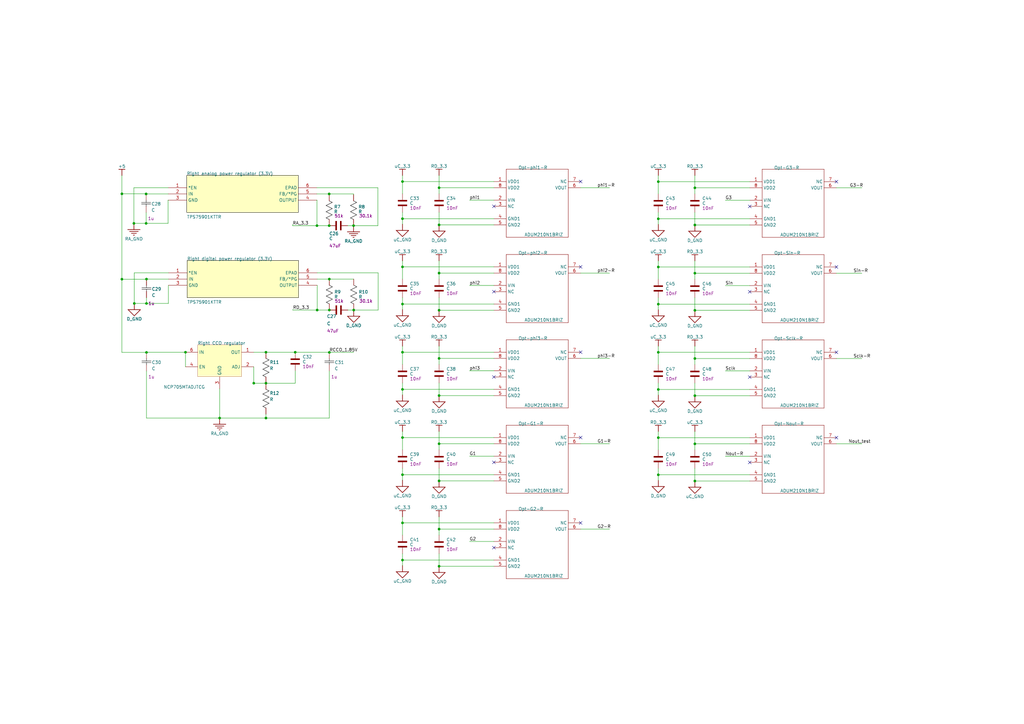
<source format=kicad_sch>
(kicad_sch (version 20250114) (generator "eeschema") (generator_version "9.0")
  (paper "A3")
  (junction (at 270 109.5022))
  (junction (at 60.08 124.4622))
  (junction (at 180.08 182.0022))
  (junction (at 270 74.5022))
  (junction (at 165.08 179.4622))
  (junction (at 109.08 144.4622))
  (junction (at 59.926 79.5422))
  (junction (at 270 89.7422))
  (junction (at 270 194.7422))
  (junction (at 135.006 79.5422))
  (junction (at 285 77.0422))
  (junction (at 285 92.2822))
  (junction (at 60.08 144.5422))
  (junction (at 165.08 159.7022))
  (junction (at 59.926 91.6222))
  (junction (at 165.08 194.7022))
  (junction (at 180.08 112.0022))
  (junction (at 180.08 77.0022))
  (junction (at 165.08 124.7022))
  (junction (at 180.08 147.0022))
  (junction (at 135.006 92.5422))
  (junction (at 285 182.0422))
  (junction (at 130.006 92.5422))
  (junction (at 165.08 89.7022))
  (junction (at 135.08 144.5422))
  (junction (at 165.08 229.7022))
  (junction (at 180.08 197.2422))
  (junction (at 165.08 144.4622))
  (junction (at 270 159.7422))
  (junction (at 180.08 232.2422))
  (junction (at 121.08 144.4622))
  (junction (at 76.08 144.4622))
  (junction (at 54.926 91.6222))
  (junction (at 165.08 109.4622))
  (junction (at 60.08 114.4622))
  (junction (at 50 79.5022))
  (junction (at 135.08 114.4622))
  (junction (at 285 147.0422))
  (junction (at 180.08 127.2422))
  (junction (at 165.08 214.4622))
  (junction (at 165.08 74.4622))
  (junction (at 50 114.5022))
  (junction (at 285 127.2822))
  (junction (at 104.08 157.1622))
  (junction (at 90.08 171.4622))
  (junction (at 270 124.7422))
  (junction (at 109.08 157.1622))
  (junction (at 285 197.2822))
  (junction (at 135.08 127.1622))
  (junction (at 145.08 127.1622))
  (junction (at 180.08 92.2422))
  (junction (at 285 112.0422))
  (junction (at 55.08 124.4622))
  (junction (at 270 144.5022))
  (junction (at 180.08 217.0022))
  (junction (at 285 162.2822))
  (junction (at 270 179.5022))
  (junction (at 109.08 171.4622))
  (junction (at 145.006 92.5422))
  (junction (at 180.08 162.2422))
  (junction (at 130.08 127.1622))
  (no_connect (at 238.14 144.4622))
  (no_connect (at 238.14 74.4622))
  (no_connect (at 238.14 109.4622))
  (no_connect (at 238.14 214.4622))
  (no_connect (at 343.06 109.5022))
  (no_connect (at 343.06 179.5022))
  (no_connect (at 343.06 74.5022))
  (no_connect (at 307.5 154.6622))
  (no_connect (at 307.5 119.6622))
  (no_connect (at 202.58 189.6222))
  (no_connect (at 238.14 179.4622))
  (no_connect (at 343.06 144.5022))
  (no_connect (at 307.5 189.6622))
  (no_connect (at 202.58 84.6222))
  (no_connect (at 202.58 119.6222))
  (no_connect (at 202.58 224.6222))
  (no_connect (at 202.58 154.6222))
  (no_connect (at 307.5 84.6622))
  (wire (pts (xy 202.58 229.7022) (xy 165.08 229.7022)))
  (wire (pts (xy 104.08 157.1622) (xy 104.08 150.4622)))
  (wire (pts (xy 129.966 82.0822) (xy 130.006 82.0822)))
  (wire (pts (xy 165.08 194.7022) (xy 165.08 192.0822)))
  (wire (pts (xy 180.08 77.0022) (xy 180.08 71.9622)))
  (wire (pts (xy 130.08 114.4622) (xy 135.08 114.4622)))
  (wire (pts (xy 60.08 124.4622) (xy 60.08 122.0822)))
  (wire (pts (xy 285 114.5022) (xy 285 112.0422)))
  (wire (pts (xy 307.5 92.2822) (xy 285 92.2822)))
  (wire (pts (xy 120.12 127.1622) (xy 130.08 127.1622)))
  (wire (pts (xy 238.14 182.0022) (xy 250 182.0022)))
  (wire (pts (xy 155.08 127.1622) (xy 145.08 127.1622)))
  (wire (pts (xy 165.08 141.9622) (xy 165.08 144.4622)))
  (wire (pts (xy 343.06 77.0422) (xy 353.5 77.0422)))
  (wire (pts (xy 165.08 231.9622) (xy 165.08 229.7022)))
  (wire (pts (xy 68.926 82.0822) (xy 69.006 82.0822)))
  (wire (pts (xy 90.08 171.4622) (xy 109.08 171.4622)))
  (wire (pts (xy 59.926 91.6222) (xy 54.926 91.6222)))
  (wire (pts (xy 285 149.5022) (xy 285 147.0422)))
  (wire (pts (xy 60.08 144.4622) (xy 60.08 144.5422)))
  (wire (pts (xy 130.006 82.0822) (xy 130.006 92.5422)))
  (wire (pts (xy 165.08 159.7022) (xy 202.58 159.7022)))
  (wire (pts (xy 270 197.0022) (xy 270 194.7422)))
  (wire (pts (xy 270 159.7422) (xy 270 157.1222)))
  (wire (pts (xy 130.08 111.9222) (xy 155.08 111.9222)))
  (wire (pts (xy 307.5 187.1222) (xy 297.5 187.1222)))
  (wire (pts (xy 270 124.7422) (xy 270 122.1222)))
  (wire (pts (xy 180.08 127.2422) (xy 180.08 122.0822)))
  (wire (pts (xy 180.08 197.2422) (xy 180.08 192.0822)))
  (wire (pts (xy 145.006 79.8422) (xy 145.006 79.5422)))
  (wire (pts (xy 145 144.5022) (xy 145 144.5422)))
  (wire (pts (xy 165.08 229.7022) (xy 165.08 227.0822)))
  (wire (pts (xy 202.58 117.0822) (xy 192.58 117.0822)))
  (wire (pts (xy 50 114.5022) (xy 50 79.5022)))
  (wire (pts (xy 180.08 147.0022) (xy 180.08 141.9622)))
  (wire (pts (xy 202.58 194.7022) (xy 165.08 194.7022)))
  (wire (pts (xy 180.08 114.4622) (xy 180.08 112.0022)))
  (wire (pts (xy 202.58 222.0822) (xy 192.58 222.0822)))
  (wire (pts (xy 180.08 182.0022) (xy 180.08 184.4622)))
  (wire (pts (xy 60.08 144.5422) (xy 50 144.5422)))
  (wire (pts (xy 180.08 112.0022) (xy 180.08 106.9622)))
  (wire (pts (xy 165.08 106.9622) (xy 165.08 109.4622)))
  (wire (pts (xy 130.006 92.5422) (xy 135.006 92.5422)))
  (wire (pts (xy 165.08 149.4622) (xy 165.08 144.4622)))
  (wire (pts (xy 165.08 214.4622) (xy 202.58 214.4622)))
  (wire (pts (xy 285 77.0422) (xy 285 79.5022)))
  (wire (pts (xy 270 74.5022) (xy 270 72.0022)))
  (wire (pts (xy 307.5 127.2822) (xy 285 127.2822)))
  (wire (pts (xy 285 182.0422) (xy 285 184.5022)))
  (wire (pts (xy 238.14 112.0022) (xy 250 112.0022)))
  (wire (pts (xy 202.58 82.0822) (xy 192.58 82.0822)))
  (wire (pts (xy 180.08 219.4622) (xy 180.08 217.0022)))
  (wire (pts (xy 69.08 124.4622) (xy 60.08 124.4622)))
  (wire (pts (xy 285 92.2822) (xy 285 87.1222)))
  (wire (pts (xy 76.08 150.4622) (xy 76.08 144.4622)))
  (wire (pts (xy 54.926 91.6222) (xy 54.926 77.0022)))
  (wire (pts (xy 135.08 152.1622) (xy 135.08 171.4622)))
  (wire (pts (xy 59.926 87.1622) (xy 59.926 91.6222)))
  (wire (pts (xy 270 114.5022) (xy 270 109.5022)))
  (wire (pts (xy 109.08 171.4622) (xy 109.08 169.8622)))
  (wire (pts (xy 180.08 217.0022) (xy 180.08 211.9622)))
  (wire (pts (xy 121.08 157.1622) (xy 121.08 152.0822)))
  (wire (pts (xy 202.58 182.0022) (xy 180.08 182.0022)))
  (wire (pts (xy 60.08 114.5022) (xy 50 114.5022)))
  (wire (pts (xy 104.08 157.4622) (xy 104.08 157.1622)))
  (wire (pts (xy 165.08 214.4622) (xy 165.08 211.9622)))
  (wire (pts (xy 135.08 171.4622) (xy 109.08 171.4622)))
  (wire (pts (xy 202.58 147.0022) (xy 180.08 147.0022)))
  (wire (pts (xy 285 177.0022) (xy 285 182.0422)))
  (wire (pts (xy 165.08 184.4622) (xy 165.08 179.4622)))
  (wire (pts (xy 270 159.7422) (xy 270 162.0022)))
  (wire (pts (xy 142.626 92.5422) (xy 145.006 92.5422)))
  (wire (pts (xy 202.58 197.2422) (xy 180.08 197.2422)))
  (wire (pts (xy 60.08 152.1622) (xy 60.08 171.4622)))
  (wire (pts (xy 238.14 147.0022) (xy 250 147.0022)))
  (wire (pts (xy 307.5 182.0422) (xy 285 182.0422)))
  (wire (pts (xy 180.08 217.0022) (xy 202.58 217.0022)))
  (wire (pts (xy 165.08 109.4622) (xy 202.58 109.4622)))
  (wire (pts (xy 165.08 144.4622) (xy 202.58 144.4622)))
  (wire (pts (xy 135.08 144.4622) (xy 135.08 144.5422)))
  (wire (pts (xy 69.006 79.5422) (xy 59.926 79.5422)))
  (wire (pts (xy 145.006 92.5422) (xy 155 92.5422)))
  (wire (pts (xy 135.08 144.4622) (xy 121.08 144.4622)))
  (wire (pts (xy 54.926 77.0022) (xy 69.006 77.0022)))
  (wire (pts (xy 165.08 89.7022) (xy 202.58 89.7022)))
  (wire (pts (xy 270 79.5022) (xy 270 74.5022)))
  (wire (pts (xy 155.08 111.9222) (xy 155.08 127.1622)))
  (wire (pts (xy 270 124.7422) (xy 270 127.0022)))
  (wire (pts (xy 307.5 117.1222) (xy 297.5 117.1222)))
  (wire (pts (xy 307.5 77.0422) (xy 285 77.0422)))
  (wire (pts (xy 55.08 124.4622) (xy 55.08 111.9222)))
  (wire (pts (xy 165.08 179.4622) (xy 165.08 176.9622)))
  (wire (pts (xy 202.58 127.2422) (xy 180.08 127.2422)))
  (wire (pts (xy 343.06 112.0422) (xy 353.5 112.0422)))
  (wire (pts (xy 145 144.5422) (xy 135.08 144.5422)))
  (wire (pts (xy 202.58 187.0822) (xy 192.58 187.0822)))
  (wire (pts (xy 285 127.2822) (xy 285 122.1222)))
  (wire (pts (xy 165.08 74.4622) (xy 202.58 74.4622)))
  (wire (pts (xy 180.08 92.2422) (xy 180.08 87.0822)))
  (wire (pts (xy 165.08 89.7022) (xy 165.08 91.9622)))
  (wire (pts (xy 202.58 152.0822) (xy 192.58 152.0822)))
  (wire (pts (xy 270 179.5022) (xy 270 177.0022)))
  (wire (pts (xy 120.12 126.9222) (xy 120.12 127.1622)))
  (wire (pts (xy 145.006 79.5422) (xy 135.006 79.5422)))
  (wire (pts (xy 121.08 144.4622) (xy 109.08 144.4622)))
  (wire (pts (xy 109.08 157.1622) (xy 121.08 157.1622)))
  (wire (pts (xy 76.08 144.4622) (xy 60.08 144.4622)))
  (wire (pts (xy 120 92.0022) (xy 120 92.5422)))
  (wire (pts (xy 59.926 79.5022) (xy 50 79.5022)))
  (wire (pts (xy 343.06 147.0422) (xy 353.5 147.0422)))
  (wire (pts (xy 202.58 112.0022) (xy 180.08 112.0022)))
  (wire (pts (xy 165.08 219.4622) (xy 165.08 214.4622)))
  (wire (pts (xy 50 144.5422) (xy 50 114.5022)))
  (wire (pts (xy 270 144.5022) (xy 307.5 144.5022)))
  (wire (pts (xy 155 92.5422) (xy 155 77.0022)))
  (wire (pts (xy 307.5 179.5022) (xy 270 179.5022)))
  (wire (pts (xy 270 74.5022) (xy 307.5 74.5022)))
  (wire (pts (xy 165.08 74.4622) (xy 165.08 71.9622)))
  (wire (pts (xy 60.08 124.4622) (xy 55.08 124.4622)))
  (wire (pts (xy 343.06 182.0422) (xy 353.5 182.0422)))
  (wire (pts (xy 145.08 127.1622) (xy 142.7 127.1622)))
  (wire (pts (xy 155 77.0022) (xy 129.966 77.0022)))
  (wire (pts (xy 104.08 157.1622) (xy 109.08 157.1622)))
  (wire (pts (xy 238.14 217.0022) (xy 250 217.0022)))
  (wire (pts (xy 59.926 91.6222) (xy 68.926 91.6222)))
  (wire (pts (xy 180.08 149.4622) (xy 180.08 147.0022)))
  (wire (pts (xy 165.08 114.4622) (xy 165.08 109.4622)))
  (wire (pts (xy 285 162.2822) (xy 285 157.1222)))
  (wire (pts (xy 135.006 79.5422) (xy 135.006 79.8422)))
  (wire (pts (xy 270 109.5022) (xy 270 107.0022)))
  (wire (pts (xy 307.5 89.7422) (xy 270 89.7422)))
  (wire (pts (xy 202.58 77.0022) (xy 180.08 77.0022)))
  (wire (pts (xy 202.58 232.2422) (xy 180.08 232.2422)))
  (wire (pts (xy 130.08 127.1622) (xy 130.08 117.0022)))
  (wire (pts (xy 285 142.0022) (xy 285 147.0422)))
  (wire (pts (xy 120 92.5422) (xy 130.006 92.5422)))
  (wire (pts (xy 60.08 171.4622) (xy 90.08 171.4622)))
  (wire (pts (xy 59.926 79.5422) (xy 59.926 79.5022)))
  (wire (pts (xy 180.08 162.2422) (xy 180.08 157.0822)))
  (wire (pts (xy 285 147.0422) (xy 307.5 147.0422)))
  (wire (pts (xy 55.08 111.9222) (xy 69.12 111.9222)))
  (wire (pts (xy 202.58 92.2422) (xy 180.08 92.2422)))
  (wire (pts (xy 270 89.7422) (xy 270 87.1222)))
  (wire (pts (xy 60.08 114.4622) (xy 60.08 114.5022)))
  (wire (pts (xy 307.5 197.2822) (xy 285 197.2822)))
  (wire (pts (xy 90.08 171.4622) (xy 90.08 159.4622)))
  (wire (pts (xy 180.08 182.0022) (xy 180.08 176.9622)))
  (wire (pts (xy 270 194.7422) (xy 270 192.1222)))
  (wire (pts (xy 165.08 179.4622) (xy 202.58 179.4622)))
  (wire (pts (xy 165.08 87.0822) (xy 165.08 89.7022)))
  (wire (pts (xy 50 79.5022) (xy 50 72.0022)))
  (wire (pts (xy 307.5 152.1222) (xy 297.5 152.1222)))
  (wire (pts (xy 307.5 159.7422) (xy 270 159.7422)))
  (wire (pts (xy 270 89.7422) (xy 270 92.0022)))
  (wire (pts (xy 285 197.2822) (xy 285 192.1222)))
  (wire (pts (xy 307.5 162.2822) (xy 285 162.2822)))
  (wire (pts (xy 270 142.0022) (xy 270 144.5022)))
  (wire (pts (xy 180.08 232.2422) (xy 180.08 227.0822)))
  (wire (pts (xy 285 77.0422) (xy 285 72.0022)))
  (wire (pts (xy 202.58 162.2422) (xy 180.08 162.2422)))
  (wire (pts (xy 109.08 144.4622) (xy 104.08 144.4622)))
  (wire (pts (xy 307.5 112.0422) (xy 285 112.0422)))
  (wire (pts (xy 202.58 124.7022) (xy 165.08 124.7022)))
  (wire (pts (xy 307.5 194.7422) (xy 270 194.7422)))
  (wire (pts (xy 165.08 159.7022) (xy 165.08 157.0822)))
  (wire (pts (xy 270 149.5022) (xy 270 144.5022)))
  (wire (pts (xy 307.5 124.7422) (xy 270 124.7422)))
  (wire (pts (xy 69.12 114.4622) (xy 60.08 114.4622)))
  (wire (pts (xy 285 112.0422) (xy 285 107.0022)))
  (wire (pts (xy 68.926 91.6222) (xy 68.926 82.0822)))
  (wire (pts (xy 238.14 77.0022) (xy 250 77.0022)))
  (wire (pts (xy 270 109.5022) (xy 307.5 109.5022)))
  (wire (pts (xy 129.966 79.5422) (xy 135.006 79.5422)))
  (wire (pts (xy 165.08 124.7022) (xy 165.08 122.0822)))
  (wire (pts (xy 135.08 114.4622) (xy 145.08 114.4622)))
  (wire (pts (xy 180.08 79.4622) (xy 180.08 77.0022)))
  (wire (pts (xy 307.5 82.1222) (xy 297.5 82.1222)))
  (wire (pts (xy 165.08 79.4622) (xy 165.08 74.4622)))
  (wire (pts (xy 165.08 196.9622) (xy 165.08 194.7022)))
  (wire (pts (xy 135.08 127.1622) (xy 130.08 127.1622)))
  (wire (pts (xy 69.08 117.0022) (xy 69.08 124.4622)))
  (wire (pts (xy 165.08 161.9622) (xy 165.08 159.7022)))
  (wire (pts (xy 165.08 124.7022) (xy 165.08 126.9622)))
  (wire (pts (xy 270 184.5022) (xy 270 179.5022)))
  (label "phi2-R" (at 245 112.0022 0))
  (label "Sclk" (at 297.5 152.1222 0))
  (label "phi1" (at 192.58 82.0822 0))
  (label "Nout-R" (at 297.5 187.1222 0))
  (label "phi3" (at 192.58 152.0822 0))
  (label "Sclk-R" (at 350 147.0422 0))
  (label "RA_3.3" (at 120 92.5422 0))
  (label "G3" (at 297.5 82.1222 0))
  (label "G2-R" (at 245 217.0022 0))
  (label "Nout_test" (at 348 182.0422 0))
  (label "G1" (at 192.58 187.0822 0))
  (label "RD_3.3" (at 120.12 127.1622 0))
  (label "RCCO_1.85V" (at 135.08 144.5422 0))
  (label "Sin" (at 297.5 117.1222 0))
  (label "G2" (at 192.58 222.0822 0))
  (label "G1-R" (at 245 182.0022 0))
  (label "G3-R" (at 348.5 77.0422 0))
  (label "phi1-R" (at 245 77.0022 0))
  (label "phi2" (at 192.58 117.0822 0))
  (label "Sin-R" (at 350 112.0422 0))
  (label "phi3-R" (at 245 147.0022 0))
  (symbol (lib_id "CBCM test PCB-altium-import:RD_3.3_BAR") (at 180.08 106.9622 180) (unit 1)
    (property "Reference" "#PWR?" (effects (hide yes)))
    (property "Value" "RD_3.3" (at 180.08 103.1522 0))
  )
  (symbol (lib_id "CBCM test PCB-altium-import:D_GND_SIGNAL_GROUND") (at 55.08 124.4622 0) (unit 1)
    (property "Reference" "#PWR?" (effects (hide yes)))
    (property "Value" "D_GND" (at 55.08 130.8122 0))
  )
  (symbol (lib_id "CBCM test PCB-altium-import:RD_3.3_BAR") (at 270 177.0022 180) (unit 1)
    (property "Reference" "#PWR?" (effects (hide yes)))
    (property "Value" "RD_3.3" (at 270 173.1922 0))
  )
  (symbol (lib_id "CBCM test PCB-altium-import:D_GND_SIGNAL_GROUND") (at 285 162.2822 0) (unit 1)
    (property "Reference" "#PWR?" (effects (hide yes)))
    (property "Value" "D_GND" (at 285 168.6322 0))
  )
  (symbol (lib_id "10nF 0603 CAP:root_1_GRM1885C1H103JA01D_10nF 0603 CAP.SchLib") (at 165.08 189.5422 0) (unit 1)
    (property "Reference" "C39" (at 168.08 187.0822 0) (effects (justify left bottom)))
    (property "Value" "C" (at 168.08 189.0822 0) (effects (justify left bottom)))
    (property "Footprint" "CAPC1608X9N" (effects (hide yes)))
    (property "Description" "Multilayer Ceramic Capacitor, GRM Series, 0.01 F, 5%, C0G / NP0, 50 V, 0603 [1608 Metric]" (effects (hide yes)))
    (property "MF" "Murata" (effects (hide yes)))
    (property "PACKAGE" "0603 Murata" (effects (hide yes)))
    (property "DIGI-KEY_PURCHASE_URL" "https://www.digikey.ca/product-detail/en/murata-electronics-north-america/GRM1885C1H103JA01D/490-9666-1-ND/4934772?utm_source=snapeda&utm_medium=aggregator&utm_campaign=symbol" (effects (hide yes)))
    (property "DIGI-KEY_PART_NUMBER" "490-9666-1-ND" (effects (hide yes)))
    (property "SNAPEDA_LINK" "https://www.snapeda.com/parts/GRM1885C1H103JA01D/Murata%20Electronics%20North%20America/view-part/?ref=snap" (effects (hide yes)))
    (property "ALTIUM_VALUE" "10nF" (at 168.08 191.0822 0) (effects (justify left bottom)))
    (property "MANUFACTURER PART NUMBER" "GRM1885C1H103JA01D" (effects (hide yes)))
  )
  (symbol (lib_id "10nF 0603 CAP:root_1_GRM1885C1H103JA01D_10nF 0603 CAP.SchLib") (at 180.08 224.5422 0) (unit 1)
    (property "Reference" "C42" (at 183.08 222.0822 0) (effects (justify left bottom)))
    (property "Value" "C" (at 183.08 224.0822 0) (effects (justify left bottom)))
    (property "Footprint" "CAPC1608X9N" (effects (hide yes)))
    (property "Description" "Multilayer Ceramic Capacitor, GRM Series, 0.01 F, 5%, C0G / NP0, 50 V, 0603 [1608 Metric]" (effects (hide yes)))
    (property "MF" "Murata" (effects (hide yes)))
    (property "PACKAGE" "0603 Murata" (effects (hide yes)))
    (property "DIGI-KEY_PURCHASE_URL" "https://www.digikey.ca/product-detail/en/murata-electronics-north-america/GRM1885C1H103JA01D/490-9666-1-ND/4934772?utm_source=snapeda&utm_medium=aggregator&utm_campaign=symbol" (effects (hide yes)))
    (property "DIGI-KEY_PART_NUMBER" "490-9666-1-ND" (effects (hide yes)))
    (property "SNAPEDA_LINK" "https://www.snapeda.com/parts/GRM1885C1H103JA01D/Murata%20Electronics%20North%20America/view-part/?ref=snap" (effects (hide yes)))
    (property "ALTIUM_VALUE" "10nF" (at 183.08 226.0822 0) (effects (justify left bottom)))
    (property "MANUFACTURER PART NUMBER" "GRM1885C1H103JA01D" (effects (hide yes)))
  )
  (symbol (lib_id "CBCM test PCB-altium-import:uC_3.3_BAR") (at 165.08 211.9622 180) (unit 1)
    (property "Reference" "#PWR?" (effects (hide yes)))
    (property "Value" "uC_3.3" (at 165.08 208.1522 0))
  )
  (symbol (lib_id "CBCM test PCB-altium-import:uC_3.3_BAR") (at 270 72.0022 180) (unit 1)
    (property "Reference" "#PWR?" (effects (hide yes)))
    (property "Value" "uC_3.3" (at 270 68.1922 0))
  )
  (symbol (lib_id "ADUM210N1BRIZ:root_0_ADUM210N1BRIZ_ADUM210N1BRIZ.SchLib") (at 220.36 184.5422 0) (unit 1)
    (property "Reference" "Opt-G1-R" (at 212.58 174.4622 0) (effects (justify left bottom)))
    (property "Value" "ADUM210N1BRIZ" (at 215.08 201.9622 0) (effects (justify left bottom)))
    (property "Footprint" "SOIC127P1150X330-8N" (effects (hide yes)))
    (property "Description" "Digital isolator 1-CH 8-Pin SOIC T/R" (effects (hide yes)))
    (property "DIGI-KEY_PURCHASE_URL" "https://www.digikey.ca/product-detail/en/analog-devices-inc/ADUM210N1BRIZ/ADUM210N1BRIZ-ND/6072296" (effects (hide yes)))
    (property "PACKAGE" "SOIC8" (effects (hide yes)))
    (property "DIGI-KEY_PART_NUMBER" "ADUM210N1BRIZ-ND" (effects (hide yes)))
    (property "MF" "Analog Devices" (effects (hide yes)))
    (property "SNAPEDA_LINK" "https://www.snapeda.com/parts/ACPL-072L-500E/Broadcom/view-part/?ref=snap" (effects (hide yes)))
    (property "ALTIUM_VALUE" "*" (effects (hide yes)))
    (property "MANUFACTURER PART NUMBER" "ADUM210N1BRIZ" (effects (hide yes)))
  )
  (symbol (lib_id "51kOhm 0603 RES:root_1_RR0816P-513-D_51kOhm 0603 RES.SchLib") (at 135.006 92.5422 0) (unit 1)
    (property "Reference" "R7" (at 137.006 85.5422 0) (effects (justify left bottom)))
    (property "Value" "R" (at 137.006 87.5422 0) (effects (justify left bottom)))
    (property "Footprint" "RES_0816" (effects (hide yes)))
    (property "Description" "Imported" (effects (hide yes)))
    (property "VENDOR" "Susumu" (effects (hide yes)))
    (property "BUILT_BY" "EMA_UL_Team" (effects (hide yes)))
    (property "REFDES" "RefDes" (effects (hide yes)))
    (property "TYPE" "DEV" (effects (hide yes)))
    (property "ALTIUM_VALUE" "51k" (at 139.006 88.5422 0))
    (property "C" "Copyright (C) 2015 Accelerated Designs. All rights reserved" (effects (hide yes)))
    (property "MANUFACTURER PART NUMBER" "RR0816P-513-D" (effects (hide yes)))
  )
  (symbol (lib_id "CBCM test PCB-altium-import:RD_3.3_BAR") (at 285 107.0022 180) (unit 1)
    (property "Reference" "#PWR?" (effects (hide yes)))
    (property "Value" "RD_3.3" (at 285 103.1922 0))
  )
  (symbol (lib_id "CBCM test PCB-altium-import:RA_GND_POWER_GROUND") (at 145.006 92.5422 0) (unit 1)
    (property "Reference" "#PWR?" (effects (hide yes)))
    (property "Value" "RA_GND" (at 145.006 98.8922 0))
  )
  (symbol (lib_id "CBCM test PCB-altium-import:uC_GND_SIGNAL_GROUND") (at 285 197.2822 0) (unit 1)
    (property "Reference" "#PWR?" (effects (hide yes)))
    (property "Value" "uC_GND" (at 285 203.6322 0))
  )
  (symbol (lib_id "CBCM test PCB-altium-import:D_GND_SIGNAL_GROUND") (at 180.08 162.2422 0) (unit 1)
    (property "Reference" "#PWR?" (effects (hide yes)))
    (property "Value" "D_GND" (at 180.08 168.5922 0))
  )
  (symbol (lib_id "ADUM210N1BRIZ:root_0_ADUM210N1BRIZ_ADUM210N1BRIZ.SchLib") (at 325.28 114.5822 0) (unit 1)
    (property "Reference" "Opt-Sin-R" (at 317.5 104.5022 0) (effects (justify left bottom)))
    (property "Value" "ADUM210N1BRIZ" (at 320 132.0022 0) (effects (justify left bottom)))
    (property "Footprint" "SOIC127P1150X330-8N" (effects (hide yes)))
    (property "Description" "Digital isolator 1-CH 8-Pin SOIC T/R" (effects (hide yes)))
    (property "DIGI-KEY_PURCHASE_URL" "https://www.digikey.ca/product-detail/en/analog-devices-inc/ADUM210N1BRIZ/ADUM210N1BRIZ-ND/6072296" (effects (hide yes)))
    (property "PACKAGE" "SOIC8" (effects (hide yes)))
    (property "DIGI-KEY_PART_NUMBER" "ADUM210N1BRIZ-ND" (effects (hide yes)))
    (property "MF" "Analog Devices" (effects (hide yes)))
    (property "SNAPEDA_LINK" "https://www.snapeda.com/parts/ACPL-072L-500E/Broadcom/view-part/?ref=snap" (effects (hide yes)))
    (property "ALTIUM_VALUE" "*" (effects (hide yes)))
    (property "MANUFACTURER PART NUMBER" "ADUM210N1BRIZ" (effects (hide yes)))
  )
  (symbol (lib_id "1uF 0603 CAP:root_1_GRM188R60J105KA0_1uF 0603 CAP.SchLib") (at 135.08 152.1622 0) (unit 1)
    (property "Reference" "C31" (at 137.239 149.3682 0) (effects (justify left bottom)))
    (property "Value" "C" (at 137.239 151.9082 0) (effects (justify left bottom)))
    (property "Footprint" "CAP_GRM_188" (effects (hide yes)))
    (property "Description" "Imported" (effects (hide yes)))
    (property "VENDOR" "Murata" (effects (hide yes)))
    (property "BUILT_BY" "EMA_UL_Team" (effects (hide yes)))
    (property "REFDES" "RefDes" (effects (hide yes)))
    (property "TYPE" "DEV" (effects (hide yes)))
    (property "ALTIUM_VALUE" "1u" (at 137.08 154.5422 0))
    (property "C" "Copyright (C) 2015 Accelerated Designs. All rights reserved" (effects (hide yes)))
    (property "MANUFACTURER PART NUMBER" "GRM188R60J105KA01D" (effects (hide yes)))
  )
  (symbol (lib_id "CBCM test PCB-altium-import:D_GND_SIGNAL_GROUND") (at 180.08 232.2422 0) (unit 1)
    (property "Reference" "#PWR?" (effects (hide yes)))
    (property "Value" "D_GND" (at 180.08 238.5922 0))
  )
  (symbol (lib_id "CBCM test PCB-altium-import:D_GND_SIGNAL_GROUND") (at 285 127.2822 0) (unit 1)
    (property "Reference" "#PWR?" (effects (hide yes)))
    (property "Value" "D_GND" (at 285 133.6322 0))
  )
  (symbol (lib_id "10nF 0603 CAP:root_1_GRM1885C1H103JA01D_10nF 0603 CAP.SchLib") (at 165.08 154.5422 0) (unit 1)
    (property "Reference" "C37" (at 168.08 152.0822 0) (effects (justify left bottom)))
    (property "Value" "C" (at 168.08 154.0822 0) (effects (justify left bottom)))
    (property "Footprint" "CAPC1608X9N" (effects (hide yes)))
    (property "Description" "Multilayer Ceramic Capacitor, GRM Series, 0.01 F, 5%, C0G / NP0, 50 V, 0603 [1608 Metric]" (effects (hide yes)))
    (property "MF" "Murata" (effects (hide yes)))
    (property "PACKAGE" "0603 Murata" (effects (hide yes)))
    (property "DIGI-KEY_PURCHASE_URL" "https://www.digikey.ca/product-detail/en/murata-electronics-north-america/GRM1885C1H103JA01D/490-9666-1-ND/4934772?utm_source=snapeda&utm_medium=aggregator&utm_campaign=symbol" (effects (hide yes)))
    (property "DIGI-KEY_PART_NUMBER" "490-9666-1-ND" (effects (hide yes)))
    (property "SNAPEDA_LINK" "https://www.snapeda.com/parts/GRM1885C1H103JA01D/Murata%20Electronics%20North%20America/view-part/?ref=snap" (effects (hide yes)))
    (property "ALTIUM_VALUE" "10nF" (at 168.08 156.0822 0) (effects (justify left bottom)))
    (property "MANUFACTURER PART NUMBER" "GRM1885C1H103JA01D" (effects (hide yes)))
  )
  (symbol (lib_id "CBCM test PCB-altium-import:uC_3.3_BAR") (at 270 142.0022 180) (unit 1)
    (property "Reference" "#PWR?" (effects (hide yes)))
    (property "Value" "uC_3.3" (at 270 138.1922 0))
  )
  (symbol (lib_id "10nF 0603 CAP:root_1_GRM1885C1H103JA01D_10nF 0603 CAP.SchLib") (at 285 119.5822 0) (unit 1)
    (property "Reference" "C46" (at 288 117.1222 0) (effects (justify left bottom)))
    (property "Value" "C" (at 288 119.1222 0) (effects (justify left bottom)))
    (property "Footprint" "CAPC1608X9N" (effects (hide yes)))
    (property "Description" "Multilayer Ceramic Capacitor, GRM Series, 0.01 F, 5%, C0G / NP0, 50 V, 0603 [1608 Metric]" (effects (hide yes)))
    (property "MF" "Murata" (effects (hide yes)))
    (property "PACKAGE" "0603 Murata" (effects (hide yes)))
    (property "DIGI-KEY_PURCHASE_URL" "https://www.digikey.ca/product-detail/en/murata-electronics-north-america/GRM1885C1H103JA01D/490-9666-1-ND/4934772?utm_source=snapeda&utm_medium=aggregator&utm_campaign=symbol" (effects (hide yes)))
    (property "DIGI-KEY_PART_NUMBER" "490-9666-1-ND" (effects (hide yes)))
    (property "SNAPEDA_LINK" "https://www.snapeda.com/parts/GRM1885C1H103JA01D/Murata%20Electronics%20North%20America/view-part/?ref=snap" (effects (hide yes)))
    (property "ALTIUM_VALUE" "10nF" (at 288 121.1222 0) (effects (justify left bottom)))
    (property "MANUFACTURER PART NUMBER" "GRM1885C1H103JA01D" (effects (hide yes)))
  )
  (symbol (lib_id "10nF 0603 CAP:root_1_GRM1885C1H103JA01D_10nF 0603 CAP.SchLib") (at 165.08 224.5422 0) (unit 1)
    (property "Reference" "C41" (at 168.08 222.0822 0) (effects (justify left bottom)))
    (property "Value" "C" (at 168.08 224.0822 0) (effects (justify left bottom)))
    (property "Footprint" "CAPC1608X9N" (effects (hide yes)))
    (property "Description" "Multilayer Ceramic Capacitor, GRM Series, 0.01 F, 5%, C0G / NP0, 50 V, 0603 [1608 Metric]" (effects (hide yes)))
    (property "MF" "Murata" (effects (hide yes)))
    (property "PACKAGE" "0603 Murata" (effects (hide yes)))
    (property "DIGI-KEY_PURCHASE_URL" "https://www.digikey.ca/product-detail/en/murata-electronics-north-america/GRM1885C1H103JA01D/490-9666-1-ND/4934772?utm_source=snapeda&utm_medium=aggregator&utm_campaign=symbol" (effects (hide yes)))
    (property "DIGI-KEY_PART_NUMBER" "490-9666-1-ND" (effects (hide yes)))
    (property "SNAPEDA_LINK" "https://www.snapeda.com/parts/GRM1885C1H103JA01D/Murata%20Electronics%20North%20America/view-part/?ref=snap" (effects (hide yes)))
    (property "ALTIUM_VALUE" "10nF" (at 168.08 226.0822 0) (effects (justify left bottom)))
    (property "MANUFACTURER PART NUMBER" "GRM1885C1H103JA01D" (effects (hide yes)))
  )
  (symbol (lib_id "10nF 0603 CAP:root_1_GRM1885C1H103JA01D_10nF 0603 CAP.SchLib") (at 270 189.5822 0) (unit 1)
    (property "Reference" "C49" (at 273 187.1222 0) (effects (justify left bottom)))
    (property "Value" "C" (at 273 189.1222 0) (effects (justify left bottom)))
    (property "Footprint" "CAPC1608X9N" (effects (hide yes)))
    (property "Description" "Multilayer Ceramic Capacitor, GRM Series, 0.01 F, 5%, C0G / NP0, 50 V, 0603 [1608 Metric]" (effects (hide yes)))
    (property "MF" "Murata" (effects (hide yes)))
    (property "PACKAGE" "0603 Murata" (effects (hide yes)))
    (property "DIGI-KEY_PURCHASE_URL" "https://www.digikey.ca/product-detail/en/murata-electronics-north-america/GRM1885C1H103JA01D/490-9666-1-ND/4934772?utm_source=snapeda&utm_medium=aggregator&utm_campaign=symbol" (effects (hide yes)))
    (property "DIGI-KEY_PART_NUMBER" "490-9666-1-ND" (effects (hide yes)))
    (property "SNAPEDA_LINK" "https://www.snapeda.com/parts/GRM1885C1H103JA01D/Murata%20Electronics%20North%20America/view-part/?ref=snap" (effects (hide yes)))
    (property "ALTIUM_VALUE" "10nF" (at 273 191.1222 0) (effects (justify left bottom)))
    (property "MANUFACTURER PART NUMBER" "GRM1885C1H103JA01D" (effects (hide yes)))
  )
  (symbol (lib_id "10nF 0603 CAP:root_1_GRM1885C1H103JA01D_10nF 0603 CAP.SchLib") (at 165.08 119.5422 0) (unit 1)
    (property "Reference" "C35" (at 168.08 117.0822 0) (effects (justify left bottom)))
    (property "Value" "C" (at 168.08 119.0822 0) (effects (justify left bottom)))
    (property "Footprint" "CAPC1608X9N" (effects (hide yes)))
    (property "Description" "Multilayer Ceramic Capacitor, GRM Series, 0.01 F, 5%, C0G / NP0, 50 V, 0603 [1608 Metric]" (effects (hide yes)))
    (property "MF" "Murata" (effects (hide yes)))
    (property "PACKAGE" "0603 Murata" (effects (hide yes)))
    (property "DIGI-KEY_PURCHASE_URL" "https://www.digikey.ca/product-detail/en/murata-electronics-north-america/GRM1885C1H103JA01D/490-9666-1-ND/4934772?utm_source=snapeda&utm_medium=aggregator&utm_campaign=symbol" (effects (hide yes)))
    (property "DIGI-KEY_PART_NUMBER" "490-9666-1-ND" (effects (hide yes)))
    (property "SNAPEDA_LINK" "https://www.snapeda.com/parts/GRM1885C1H103JA01D/Murata%20Electronics%20North%20America/view-part/?ref=snap" (effects (hide yes)))
    (property "ALTIUM_VALUE" "10nF" (at 168.08 121.0822 0) (effects (justify left bottom)))
    (property "MANUFACTURER PART NUMBER" "GRM1885C1H103JA01D" (effects (hide yes)))
  )
  (symbol (lib_id "10nF 0603 CAP:root_1_GRM1885C1H103JA01D_10nF 0603 CAP.SchLib") (at 270 84.5822 0) (unit 1)
    (property "Reference" "C43" (at 273 82.1222 0) (effects (justify left bottom)))
    (property "Value" "C" (at 273 84.1222 0) (effects (justify left bottom)))
    (property "Footprint" "CAPC1608X9N" (effects (hide yes)))
    (property "Description" "Multilayer Ceramic Capacitor, GRM Series, 0.01 F, 5%, C0G / NP0, 50 V, 0603 [1608 Metric]" (effects (hide yes)))
    (property "MF" "Murata" (effects (hide yes)))
    (property "PACKAGE" "0603 Murata" (effects (hide yes)))
    (property "DIGI-KEY_PURCHASE_URL" "https://www.digikey.ca/product-detail/en/murata-electronics-north-america/GRM1885C1H103JA01D/490-9666-1-ND/4934772?utm_source=snapeda&utm_medium=aggregator&utm_campaign=symbol" (effects (hide yes)))
    (property "DIGI-KEY_PART_NUMBER" "490-9666-1-ND" (effects (hide yes)))
    (property "SNAPEDA_LINK" "https://www.snapeda.com/parts/GRM1885C1H103JA01D/Murata%20Electronics%20North%20America/view-part/?ref=snap" (effects (hide yes)))
    (property "ALTIUM_VALUE" "10nF" (at 273 86.1222 0) (effects (justify left bottom)))
    (property "MANUFACTURER PART NUMBER" "GRM1885C1H103JA01D" (effects (hide yes)))
  )
  (symbol (lib_id "10nF 0603 CAP:root_1_GRM1885C1H103JA01D_10nF 0603 CAP.SchLib") (at 180.08 119.5422 0) (unit 1)
    (property "Reference" "C36" (at 183.08 117.0822 0) (effects (justify left bottom)))
    (property "Value" "C" (at 183.08 119.0822 0) (effects (justify left bottom)))
    (property "Footprint" "CAPC1608X9N" (effects (hide yes)))
    (property "Description" "Multilayer Ceramic Capacitor, GRM Series, 0.01 F, 5%, C0G / NP0, 50 V, 0603 [1608 Metric]" (effects (hide yes)))
    (property "MF" "Murata" (effects (hide yes)))
    (property "PACKAGE" "0603 Murata" (effects (hide yes)))
    (property "DIGI-KEY_PURCHASE_URL" "https://www.digikey.ca/product-detail/en/murata-electronics-north-america/GRM1885C1H103JA01D/490-9666-1-ND/4934772?utm_source=snapeda&utm_medium=aggregator&utm_campaign=symbol" (effects (hide yes)))
    (property "DIGI-KEY_PART_NUMBER" "490-9666-1-ND" (effects (hide yes)))
    (property "SNAPEDA_LINK" "https://www.snapeda.com/parts/GRM1885C1H103JA01D/Murata%20Electronics%20North%20America/view-part/?ref=snap" (effects (hide yes)))
    (property "ALTIUM_VALUE" "10nF" (at 183.08 121.0822 0) (effects (justify left bottom)))
    (property "MANUFACTURER PART NUMBER" "GRM1885C1H103JA01D" (effects (hide yes)))
  )
  (symbol (lib_id "10nF 0603 CAP:root_1_GRM1885C1H103JA01D_10nF 0603 CAP.SchLib") (at 180.08 84.5422 0) (unit 1)
    (property "Reference" "C34" (at 183.08 82.0822 0) (effects (justify left bottom)))
    (property "Value" "C" (at 183.08 84.0822 0) (effects (justify left bottom)))
    (property "Footprint" "CAPC1608X9N" (effects (hide yes)))
    (property "Description" "Multilayer Ceramic Capacitor, GRM Series, 0.01 F, 5%, C0G / NP0, 50 V, 0603 [1608 Metric]" (effects (hide yes)))
    (property "MF" "Murata" (effects (hide yes)))
    (property "PACKAGE" "0603 Murata" (effects (hide yes)))
    (property "DIGI-KEY_PURCHASE_URL" "https://www.digikey.ca/product-detail/en/murata-electronics-north-america/GRM1885C1H103JA01D/490-9666-1-ND/4934772?utm_source=snapeda&utm_medium=aggregator&utm_campaign=symbol" (effects (hide yes)))
    (property "DIGI-KEY_PART_NUMBER" "490-9666-1-ND" (effects (hide yes)))
    (property "SNAPEDA_LINK" "https://www.snapeda.com/parts/GRM1885C1H103JA01D/Murata%20Electronics%20North%20America/view-part/?ref=snap" (effects (hide yes)))
    (property "ALTIUM_VALUE" "10nF" (at 183.08 86.0822 0) (effects (justify left bottom)))
    (property "MANUFACTURER PART NUMBER" "GRM1885C1H103JA01D" (effects (hide yes)))
  )
  (symbol (lib_id "98.8k 0603 RES:root_1_ERJ-3GEY0R00V_98.8k 0603 RES.SchLib") (at 109.08 169.8622 0) (unit 1)
    (property "Reference" "R12" (at 110.604 161.9882 0) (effects (justify left bottom)))
    (property "Value" "R" (at 110.604 164.5282 0) (effects (justify left bottom)))
    (property "Footprint" "RC0603N" (effects (hide yes)))
    (property "Description" "Imported" (effects (hide yes)))
    (property "VENDOR" "Panasonic" (effects (hide yes)))
    (property "BUILT_BY" "EMA_UL_Team" (effects (hide yes)))
    (property "REFDES" "RefDes" (effects (hide yes)))
    (property "TYPE" "DEV" (effects (hide yes)))
    (property "ALTIUM_VALUE" "98.8k" (effects (hide yes)))
    (property "C" "Copyright (C) 2015 Accelerated Designs. All rights reserved" (effects (hide yes)))
    (property "MANUFACTURER PART NUMBER" "ERJ-3GEY0R00V" (effects (hide yes)))
  )
  (symbol (lib_id "1uF 0603 CAP:root_1_GRM188R60J105KA0_1uF 0603 CAP.SchLib") (at 60.08 122.0822 0) (unit 1)
    (property "Reference" "C29" (at 62.239 119.2882 0) (effects (justify left bottom)))
    (property "Value" "C" (at 62.239 121.8282 0) (effects (justify left bottom)))
    (property "Footprint" "CAP_GRM_188" (effects (hide yes)))
    (property "Description" "Imported" (effects (hide yes)))
    (property "VENDOR" "Murata" (effects (hide yes)))
    (property "BUILT_BY" "EMA_UL_Team" (effects (hide yes)))
    (property "REFDES" "RefDes" (effects (hide yes)))
    (property "TYPE" "DEV" (effects (hide yes)))
    (property "ALTIUM_VALUE" "1u" (at 62.08 124.4622 0))
    (property "C" "Copyright (C) 2015 Accelerated Designs. All rights reserved" (effects (hide yes)))
    (property "MANUFACTURER PART NUMBER" "GRM188R60J105KA01D" (effects (hide yes)))
  )
  (symbol (lib_id "CBCM test PCB-altium-import:uC_GND_SIGNAL_GROUND") (at 270 92.0022 0) (unit 1)
    (property "Reference" "#PWR?" (effects (hide yes)))
    (property "Value" "uC_GND" (at 270 98.3522 0))
  )
  (symbol (lib_id "10nF 0603 CAP:root_1_GRM1885C1H103JA01D_10nF 0603 CAP.SchLib") (at 180.08 154.5422 0) (unit 1)
    (property "Reference" "C38" (at 183.08 152.0822 0) (effects (justify left bottom)))
    (property "Value" "C" (at 183.08 154.0822 0) (effects (justify left bottom)))
    (property "Footprint" "CAPC1608X9N" (effects (hide yes)))
    (property "Description" "Multilayer Ceramic Capacitor, GRM Series, 0.01 F, 5%, C0G / NP0, 50 V, 0603 [1608 Metric]" (effects (hide yes)))
    (property "MF" "Murata" (effects (hide yes)))
    (property "PACKAGE" "0603 Murata" (effects (hide yes)))
    (property "DIGI-KEY_PURCHASE_URL" "https://www.digikey.ca/product-detail/en/murata-electronics-north-america/GRM1885C1H103JA01D/490-9666-1-ND/4934772?utm_source=snapeda&utm_medium=aggregator&utm_campaign=symbol" (effects (hide yes)))
    (property "DIGI-KEY_PART_NUMBER" "490-9666-1-ND" (effects (hide yes)))
    (property "SNAPEDA_LINK" "https://www.snapeda.com/parts/GRM1885C1H103JA01D/Murata%20Electronics%20North%20America/view-part/?ref=snap" (effects (hide yes)))
    (property "ALTIUM_VALUE" "10nF" (at 183.08 156.0822 0) (effects (justify left bottom)))
    (property "MANUFACTURER PART NUMBER" "GRM1885C1H103JA01D" (effects (hide yes)))
  )
  (symbol (lib_id "CBCM test PCB-altium-import:uC_GND_SIGNAL_GROUND") (at 165.08 126.9622 0) (unit 1)
    (property "Reference" "#PWR?" (effects (hide yes)))
    (property "Value" "uC_GND" (at 165.08 133.3122 0))
  )
  (symbol (lib_id "CBCM test PCB-altium-import:uC_3.3_BAR") (at 165.08 176.9622 180) (unit 1)
    (property "Reference" "#PWR?" (effects (hide yes)))
    (property "Value" "uC_3.3" (at 165.08 173.1522 0))
  )
  (symbol (lib_id "NCP705MTADJTCG:root_0_NCP705MTADJTCG_NCP705MTADJTCG.SchLib") (at 90.08 149.4622 0) (unit 1)
    (property "Reference" "Right CCO regulator" (at 81.08 141.4622 0) (effects (justify left bottom)))
    (property "Value" "NCP705MTADJTCG" (at 67.08 159.4622 0) (effects (justify left bottom)))
    (property "Footprint" "WDFN6" (effects (hide yes)))
    (property "Description" "500 mA, Ultra-Low  Quiescent Current, IQ 13 A,  Ultra-Low Noise, LDO  Voltage Regulator" (effects (hide yes)))
    (property "MANUFACTURER" "ON Semiconductor" (effects (hide yes)))
    (property "MANUFACTURER PART NUMBER" "NCP705MTADJTCG" (effects (hide yes)))
    (property "DIGI-KEY LINK" "https://www.digikey.ca/product-detail/en/on-semiconductor/NCP705MTADJTCG/NCP705MTADJTCGOSCT-ND/8538627" (effects (hide yes)))
  )
  (symbol (lib_id "10nF 0603 CAP:root_1_GRM1885C1H103JA01D_10nF 0603 CAP.SchLib") (at 270 154.5822 0) (unit 1)
    (property "Reference" "C47" (at 273 152.1222 0) (effects (justify left bottom)))
    (property "Value" "C" (at 273 154.1222 0) (effects (justify left bottom)))
    (property "Footprint" "CAPC1608X9N" (effects (hide yes)))
    (property "Description" "Multilayer Ceramic Capacitor, GRM Series, 0.01 F, 5%, C0G / NP0, 50 V, 0603 [1608 Metric]" (effects (hide yes)))
    (property "MF" "Murata" (effects (hide yes)))
    (property "PACKAGE" "0603 Murata" (effects (hide yes)))
    (property "DIGI-KEY_PURCHASE_URL" "https://www.digikey.ca/product-detail/en/murata-electronics-north-america/GRM1885C1H103JA01D/490-9666-1-ND/4934772?utm_source=snapeda&utm_medium=aggregator&utm_campaign=symbol" (effects (hide yes)))
    (property "DIGI-KEY_PART_NUMBER" "490-9666-1-ND" (effects (hide yes)))
    (property "SNAPEDA_LINK" "https://www.snapeda.com/parts/GRM1885C1H103JA01D/Murata%20Electronics%20North%20America/view-part/?ref=snap" (effects (hide yes)))
    (property "ALTIUM_VALUE" "10nF" (at 273 156.1222 0) (effects (justify left bottom)))
    (property "MANUFACTURER PART NUMBER" "GRM1885C1H103JA01D" (effects (hide yes)))
  )
  (symbol (lib_id "CBCM test PCB-altium-import:uC_GND_SIGNAL_GROUND") (at 165.08 91.9622 0) (unit 1)
    (property "Reference" "#PWR?" (effects (hide yes)))
    (property "Value" "uC_GND" (at 165.08 98.3122 0))
  )
  (symbol (lib_id "ADUM210N1BRIZ:root_0_ADUM210N1BRIZ_ADUM210N1BRIZ.SchLib") (at 220.36 79.5422 0) (unit 1)
    (property "Reference" "Opt-phi1-R" (at 212.58 69.4622 0) (effects (justify left bottom)))
    (property "Value" "ADUM210N1BRIZ" (at 215.08 96.9622 0) (effects (justify left bottom)))
    (property "Footprint" "SOIC127P1150X330-8N" (effects (hide yes)))
    (property "Description" "Digital isolator 1-CH 8-Pin SOIC T/R" (effects (hide yes)))
    (property "DIGI-KEY_PURCHASE_URL" "https://www.digikey.ca/product-detail/en/analog-devices-inc/ADUM210N1BRIZ/ADUM210N1BRIZ-ND/6072296" (effects (hide yes)))
    (property "PACKAGE" "SOIC8" (effects (hide yes)))
    (property "DIGI-KEY_PART_NUMBER" "ADUM210N1BRIZ-ND" (effects (hide yes)))
    (property "MF" "Analog Devices" (effects (hide yes)))
    (property "SNAPEDA_LINK" "https://www.snapeda.com/parts/ACPL-072L-500E/Broadcom/view-part/?ref=snap" (effects (hide yes)))
    (property "ALTIUM_VALUE" "*" (effects (hide yes)))
    (property "MANUFACTURER PART NUMBER" "ADUM210N1BRIZ" (effects (hide yes)))
  )
  (symbol (lib_id "130k 0603 RES:root_1_RC0603FR-07130KL_130k 0603 RES.SchLib") (at 109.08 157.1622 0) (unit 1)
    (property "Reference" "R11" (at 110.604 149.2882 0) (effects (justify left bottom)))
    (property "Value" "R" (at 110.604 151.8282 0) (effects (justify left bottom)))
    (property "Footprint" "RC0603N" (effects (hide yes)))
    (property "Description" "Imported" (effects (hide yes)))
    (property "VENDOR" "Yageo" (effects (hide yes)))
    (property "BUILT_BY" "EMA_UL_Team" (effects (hide yes)))
    (property "REFDES" "RefDes" (effects (hide yes)))
    (property "TYPE" "DEV" (effects (hide yes)))
    (property "ALTIUM_VALUE" "130k" (effects (hide yes)))
    (property "C" "Copyright (C) 2015 Accelerated Designs. All rights reserved" (effects (hide yes)))
    (property "MANUFACTURER PART NUMBER" "RC0603FR-07130KL" (effects (hide yes)))
  )
  (symbol (lib_id "CBCM test PCB-altium-import:RA_GND_POWER_GROUND") (at 54.926 91.6222 0) (unit 1)
    (property "Reference" "#PWR?" (effects (hide yes)))
    (property "Value" "RA_GND" (at 54.926 97.9722 0))
  )
  (symbol (lib_id "10nF 0603 CAP:root_1_GRM1885C1H103JA01D_10nF 0603 CAP.SchLib") (at 180.08 189.5422 0) (unit 1)
    (property "Reference" "C40" (at 183.08 187.0822 0) (effects (justify left bottom)))
    (property "Value" "C" (at 183.08 189.0822 0) (effects (justify left bottom)))
    (property "Footprint" "CAPC1608X9N" (effects (hide yes)))
    (property "Description" "Multilayer Ceramic Capacitor, GRM Series, 0.01 F, 5%, C0G / NP0, 50 V, 0603 [1608 Metric]" (effects (hide yes)))
    (property "MF" "Murata" (effects (hide yes)))
    (property "PACKAGE" "0603 Murata" (effects (hide yes)))
    (property "DIGI-KEY_PURCHASE_URL" "https://www.digikey.ca/product-detail/en/murata-electronics-north-america/GRM1885C1H103JA01D/490-9666-1-ND/4934772?utm_source=snapeda&utm_medium=aggregator&utm_campaign=symbol" (effects (hide yes)))
    (property "DIGI-KEY_PART_NUMBER" "490-9666-1-ND" (effects (hide yes)))
    (property "SNAPEDA_LINK" "https://www.snapeda.com/parts/GRM1885C1H103JA01D/Murata%20Electronics%20North%20America/view-part/?ref=snap" (effects (hide yes)))
    (property "ALTIUM_VALUE" "10nF" (at 183.08 191.0822 0) (effects (justify left bottom)))
    (property "MANUFACTURER PART NUMBER" "GRM1885C1H103JA01D" (effects (hide yes)))
  )
  (symbol (lib_id "CBCM test PCB-altium-import:uC_GND_SIGNAL_GROUND") (at 270 127.0022 0) (unit 1)
    (property "Reference" "#PWR?" (effects (hide yes)))
    (property "Value" "uC_GND" (at 270 133.3522 0))
  )
  (symbol (lib_id "CBCM test PCB-altium-import:RA_GND_POWER_GROUND") (at 90.08 171.4622 0) (unit 1)
    (property "Reference" "#PWR?" (effects (hide yes)))
    (property "Value" "RA_GND" (at 90.08 177.8122 0))
  )
  (symbol (lib_id "CBCM test PCB-altium-import:RD_3.3_BAR") (at 180.08 141.9622 180) (unit 1)
    (property "Reference" "#PWR?" (effects (hide yes)))
    (property "Value" "RD_3.3" (at 180.08 138.1522 0))
  )
  (symbol (lib_id "10nF 0603 CAP:root_1_GRM1885C1H103JA01D_10nF 0603 CAP.SchLib") (at 285 189.5822 0) (unit 1)
    (property "Reference" "C50" (at 288 187.1222 0) (effects (justify left bottom)))
    (property "Value" "C" (at 288 189.1222 0) (effects (justify left bottom)))
    (property "Footprint" "CAPC1608X9N" (effects (hide yes)))
    (property "Description" "Multilayer Ceramic Capacitor, GRM Series, 0.01 F, 5%, C0G / NP0, 50 V, 0603 [1608 Metric]" (effects (hide yes)))
    (property "MF" "Murata" (effects (hide yes)))
    (property "PACKAGE" "0603 Murata" (effects (hide yes)))
    (property "DIGI-KEY_PURCHASE_URL" "https://www.digikey.ca/product-detail/en/murata-electronics-north-america/GRM1885C1H103JA01D/490-9666-1-ND/4934772?utm_source=snapeda&utm_medium=aggregator&utm_campaign=symbol" (effects (hide yes)))
    (property "DIGI-KEY_PART_NUMBER" "490-9666-1-ND" (effects (hide yes)))
    (property "SNAPEDA_LINK" "https://www.snapeda.com/parts/GRM1885C1H103JA01D/Murata%20Electronics%20North%20America/view-part/?ref=snap" (effects (hide yes)))
    (property "ALTIUM_VALUE" "10nF" (at 288 191.1222 0) (effects (justify left bottom)))
    (property "MANUFACTURER PART NUMBER" "GRM1885C1H103JA01D" (effects (hide yes)))
  )
  (symbol (lib_id "CBCM test PCB-altium-import:RD_3.3_BAR") (at 180.08 71.9622 180) (unit 1)
    (property "Reference" "#PWR?" (effects (hide yes)))
    (property "Value" "RD_3.3" (at 180.08 68.1522 0))
  )
  (symbol (lib_id "CBCM test PCB-altium-import:D_GND_SIGNAL_GROUND") (at 145.08 127.1622 0) (unit 1)
    (property "Reference" "#PWR?" (effects (hide yes)))
    (property "Value" "D_GND" (at 145.08 133.5122 0))
  )
  (symbol (lib_id "CBCM test PCB-altium-import:uC_3.3_BAR") (at 270 107.0022 180) (unit 1)
    (property "Reference" "#PWR?" (effects (hide yes)))
    (property "Value" "uC_3.3" (at 270 103.1922 0))
  )
  (symbol (lib_id "CBCM test PCB-altium-import:RD_3.3_BAR") (at 285 72.0022 180) (unit 1)
    (property "Reference" "#PWR?" (effects (hide yes)))
    (property "Value" "RD_3.3" (at 285 68.1922 0))
  )
  (symbol (lib_id "ADUM210N1BRIZ:root_0_ADUM210N1BRIZ_ADUM210N1BRIZ.SchLib") (at 220.36 149.5422 0) (unit 1)
    (property "Reference" "Opt-phi3-R" (at 212.58 139.4622 0) (effects (justify left bottom)))
    (property "Value" "ADUM210N1BRIZ" (at 215.08 166.9622 0) (effects (justify left bottom)))
    (property "Footprint" "SOIC127P1150X330-8N" (effects (hide yes)))
    (property "Description" "Digital isolator 1-CH 8-Pin SOIC T/R" (effects (hide yes)))
    (property "DIGI-KEY_PURCHASE_URL" "https://www.digikey.ca/product-detail/en/analog-devices-inc/ADUM210N1BRIZ/ADUM210N1BRIZ-ND/6072296" (effects (hide yes)))
    (property "PACKAGE" "SOIC8" (effects (hide yes)))
    (property "DIGI-KEY_PART_NUMBER" "ADUM210N1BRIZ-ND" (effects (hide yes)))
    (property "MF" "Analog Devices" (effects (hide yes)))
    (property "SNAPEDA_LINK" "https://www.snapeda.com/parts/ACPL-072L-500E/Broadcom/view-part/?ref=snap" (effects (hide yes)))
    (property "ALTIUM_VALUE" "*" (effects (hide yes)))
    (property "MANUFACTURER PART NUMBER" "ADUM210N1BRIZ" (effects (hide yes)))
  )
  (symbol (lib_id "10nF 0603 CAP:root_1_GRM1885C1H103JA01D_10nF 0603 CAP.SchLib") (at 165.08 84.5422 0) (unit 1)
    (property "Reference" "C33" (at 168.08 82.0822 0) (effects (justify left bottom)))
    (property "Value" "C" (at 168.08 84.0822 0) (effects (justify left bottom)))
    (property "Footprint" "CAPC1608X9N" (effects (hide yes)))
    (property "Description" "Multilayer Ceramic Capacitor, GRM Series, 0.01 F, 5%, C0G / NP0, 50 V, 0603 [1608 Metric]" (effects (hide yes)))
    (property "MF" "Murata" (effects (hide yes)))
    (property "PACKAGE" "0603 Murata" (effects (hide yes)))
    (property "DIGI-KEY_PURCHASE_URL" "https://www.digikey.ca/product-detail/en/murata-electronics-north-america/GRM1885C1H103JA01D/490-9666-1-ND/4934772?utm_source=snapeda&utm_medium=aggregator&utm_campaign=symbol" (effects (hide yes)))
    (property "DIGI-KEY_PART_NUMBER" "490-9666-1-ND" (effects (hide yes)))
    (property "SNAPEDA_LINK" "https://www.snapeda.com/parts/GRM1885C1H103JA01D/Murata%20Electronics%20North%20America/view-part/?ref=snap" (effects (hide yes)))
    (property "ALTIUM_VALUE" "10nF" (at 168.08 86.0822 0) (effects (justify left bottom)))
    (property "MANUFACTURER PART NUMBER" "GRM1885C1H103JA01D" (effects (hide yes)))
  )
  (symbol (lib_id "ADUM210N1BRIZ:root_0_ADUM210N1BRIZ_ADUM210N1BRIZ.SchLib") (at 325.28 149.5822 0) (unit 1)
    (property "Reference" "Opt-Sclk-R" (at 317.5 139.5022 0) (effects (justify left bottom)))
    (property "Value" "ADUM210N1BRIZ" (at 320 167.0022 0) (effects (justify left bottom)))
    (property "Footprint" "SOIC127P1150X330-8N" (effects (hide yes)))
    (property "Description" "Digital isolator 1-CH 8-Pin SOIC T/R" (effects (hide yes)))
    (property "DIGI-KEY_PURCHASE_URL" "https://www.digikey.ca/product-detail/en/analog-devices-inc/ADUM210N1BRIZ/ADUM210N1BRIZ-ND/6072296" (effects (hide yes)))
    (property "PACKAGE" "SOIC8" (effects (hide yes)))
    (property "DIGI-KEY_PART_NUMBER" "ADUM210N1BRIZ-ND" (effects (hide yes)))
    (property "MF" "Analog Devices" (effects (hide yes)))
    (property "SNAPEDA_LINK" "https://www.snapeda.com/parts/ACPL-072L-500E/Broadcom/view-part/?ref=snap" (effects (hide yes)))
    (property "ALTIUM_VALUE" "*" (effects (hide yes)))
    (property "MANUFACTURER PART NUMBER" "ADUM210N1BRIZ" (effects (hide yes)))
  )
  (symbol (lib_id "CBCM test PCB-altium-import:uC_GND_SIGNAL_GROUND") (at 165.08 196.9622 0) (unit 1)
    (property "Reference" "#PWR?" (effects (hide yes)))
    (property "Value" "uC_GND" (at 165.08 203.3122 0))
  )
  (symbol (lib_id "47uF 0603  CAP:root_0_GRM188R60G476ME15D_47uF 0603  CAP.SchLib") (at 137.62 127.1622 0) (unit 1)
    (property "Reference" "C27" (at 134.08 130.4622 0) (effects (justify left bottom)))
    (property "Value" "C" (at 134.08 133.4622 0) (effects (justify left bottom)))
    (property "Footprint" "CAPC1608X9N" (effects (hide yes)))
    (property "Description" "Multilayer Ceramic Capacitors - 47uF 4V X5R 20% Pad SMD 0603 85C T/R" (effects (hide yes)))
    (property "DIGI-KEY_PART_NUMBER" "490-13246-1-ND" (effects (hide yes)))
    (property "SNAPEDA_LINK" "https://www.snapeda.com/parts/GRM188R60G476ME15D/Murata%2520Electronics%2520North%2520America/view-part/?ref=snap" (effects (hide yes)))
    (property "MF" "Murata" (effects (hide yes)))
    (property "PACKAGE" "0603 Murata" (effects (hide yes)))
    (property "DIGI-KEY_PURCHASE_URL" "https://www.digikey.ca/product-detail/en/murata-electronics-north-america/GRM188R60G476ME15D/490-13246-1-ND/5877454?utm_source=snapeda&utm_medium=aggregator&utm_campaign=symbol" (effects (hide yes)))
    (property "ALTIUM_VALUE" "47uF" (at 134.08 136.4622 0) (effects (justify left bottom)))
    (property "MANUFACTURER PART NUMBER" "GRM188R60G476ME15D" (effects (hide yes)))
  )
  (symbol (lib_id "10nF 0603 CAP:root_1_GRM1885C1H103JA01D_10nF 0603 CAP.SchLib") (at 285 154.5822 0) (unit 1)
    (property "Reference" "C48" (at 288 152.1222 0) (effects (justify left bottom)))
    (property "Value" "C" (at 288 154.1222 0) (effects (justify left bottom)))
    (property "Footprint" "CAPC1608X9N" (effects (hide yes)))
    (property "Description" "Multilayer Ceramic Capacitor, GRM Series, 0.01 F, 5%, C0G / NP0, 50 V, 0603 [1608 Metric]" (effects (hide yes)))
    (property "MF" "Murata" (effects (hide yes)))
    (property "PACKAGE" "0603 Murata" (effects (hide yes)))
    (property "DIGI-KEY_PURCHASE_URL" "https://www.digikey.ca/product-detail/en/murata-electronics-north-america/GRM1885C1H103JA01D/490-9666-1-ND/4934772?utm_source=snapeda&utm_medium=aggregator&utm_campaign=symbol" (effects (hide yes)))
    (property "DIGI-KEY_PART_NUMBER" "490-9666-1-ND" (effects (hide yes)))
    (property "SNAPEDA_LINK" "https://www.snapeda.com/parts/GRM1885C1H103JA01D/Murata%20Electronics%20North%20America/view-part/?ref=snap" (effects (hide yes)))
    (property "ALTIUM_VALUE" "10nF" (at 288 156.1222 0) (effects (justify left bottom)))
    (property "MANUFACTURER PART NUMBER" "GRM1885C1H103JA01D" (effects (hide yes)))
  )
  (symbol (lib_id "30.1kOhm 0603 RES:root_1_RT0603BRD0730K1L_30.1kOhm 0603 RES.SchLib") (at 145.08 127.1622 0) (unit 1)
    (property "Reference" "R10" (at 147.08 120.4622 0) (effects (justify left bottom)))
    (property "Value" "R" (at 147.08 122.4622 0) (effects (justify left bottom)))
    (property "Footprint" "RC0603N" (effects (hide yes)))
    (property "Description" "Imported" (effects (hide yes)))
    (property "VENDOR" "Yageo" (effects (hide yes)))
    (property "BUILT_BY" "EMA_UL_Team" (effects (hide yes)))
    (property "REFDES" "RefDes" (effects (hide yes)))
    (property "TYPE" "DEV" (effects (hide yes)))
    (property "ALTIUM_VALUE" "30.1k" (at 150.08 123.4622 0))
    (property "C" "Copyright (C) 2015 Accelerated Designs. All rights reserved" (effects (hide yes)))
    (property "MANUFACTURER PART NUMBER" "RT0603BRD0730K1L" (effects (hide yes)))
  )
  (symbol (lib_id "51kOhm 0603 RES:root_1_RR0816P-513-D_51kOhm 0603 RES.SchLib") (at 135.08 127.1622 0) (unit 1)
    (property "Reference" "R9" (at 137.08 120.4622 0) (effects (justify left bottom)))
    (property "Value" "R" (at 137.08 122.4622 0) (effects (justify left bottom)))
    (property "Footprint" "RES_0816" (effects (hide yes)))
    (property "Description" "Imported" (effects (hide yes)))
    (property "VENDOR" "Susumu" (effects (hide yes)))
    (property "BUILT_BY" "EMA_UL_Team" (effects (hide yes)))
    (property "REFDES" "RefDes" (effects (hide yes)))
    (property "TYPE" "DEV" (effects (hide yes)))
    (property "ALTIUM_VALUE" "51k" (at 139.08 123.4622 0))
    (property "C" "Copyright (C) 2015 Accelerated Designs. All rights reserved" (effects (hide yes)))
    (property "MANUFACTURER PART NUMBER" "RR0816P-513-D" (effects (hide yes)))
  )
  (symbol (lib_id "CBCM test PCB-altium-import:uC_3.3_BAR") (at 165.08 141.9622 180) (unit 1)
    (property "Reference" "#PWR?" (effects (hide yes)))
    (property "Value" "uC_3.3" (at 165.08 138.1522 0))
  )
  (symbol (lib_id "TPS75901KTTR:root_0_TPS75901KTTR_TPS75901KTTR.SchLib") (at 69.006 77.0022 0) (unit 1)
    (property "Reference" "Right analog power regulator (3.3V)" (at 76.626 71.9222 0) (effects (justify left bottom)))
    (property "Value" "TPS75901KTTR" (at 76.626 89.7022 0) (effects (justify left bottom)))
    (property "Footprint" "TO-263-5" (effects (hide yes)))
    (property "Description" "Imported" (effects (hide yes)))
    (property "VENDOR" "Texas Instruments" (effects (hide yes)))
    (property "MANUFACTURER" "Texas Instruments" (effects (hide yes)))
    (property "BUILT_BY" "EMA_UL_Team" (effects (hide yes)))
    (property "REFDES" "RefDes" (effects (hide yes)))
    (property "TYPE" "DEV" (effects (hide yes)))
    (property "ALTIUM_VALUE" "Value" (effects (hide yes)))
    (property "C" "Copyright (C) 2015 Accelerated Designs. All rights reserved" (effects (hide yes)))
    (property "MANUFACTURER PART NUMBER" "TPS75901KTTR" (effects (hide yes)))
  )
  (symbol (lib_id "ADUM210N1BRIZ:root_0_ADUM210N1BRIZ_ADUM210N1BRIZ.SchLib") (at 220.36 219.5422 0) (unit 1)
    (property "Reference" "Opt-G2-R" (at 212.58 209.4622 0) (effects (justify left bottom)))
    (property "Value" "ADUM210N1BRIZ" (at 215.08 236.9622 0) (effects (justify left bottom)))
    (property "Footprint" "SOIC127P1150X330-8N" (effects (hide yes)))
    (property "Description" "Digital isolator 1-CH 8-Pin SOIC T/R" (effects (hide yes)))
    (property "DIGI-KEY_PURCHASE_URL" "https://www.digikey.ca/product-detail/en/analog-devices-inc/ADUM210N1BRIZ/ADUM210N1BRIZ-ND/6072296" (effects (hide yes)))
    (property "PACKAGE" "SOIC8" (effects (hide yes)))
    (property "DIGI-KEY_PART_NUMBER" "ADUM210N1BRIZ-ND" (effects (hide yes)))
    (property "MF" "Analog Devices" (effects (hide yes)))
    (property "SNAPEDA_LINK" "https://www.snapeda.com/parts/ACPL-072L-500E/Broadcom/view-part/?ref=snap" (effects (hide yes)))
    (property "ALTIUM_VALUE" "*" (effects (hide yes)))
    (property "MANUFACTURER PART NUMBER" "ADUM210N1BRIZ" (effects (hide yes)))
  )
  (symbol (lib_id "CBCM test PCB-altium-import:RD_3.3_BAR") (at 285 142.0022 180) (unit 1)
    (property "Reference" "#PWR?" (effects (hide yes)))
    (property "Value" "RD_3.3" (at 285 138.1922 0))
  )
  (symbol (lib_id "10nF 0603 CAP:root_1_GRM1885C1H103JA01D_10nF 0603 CAP.SchLib") (at 121.08 149.5422 0) (unit 1)
    (property "Reference" "C32" (at 124.08 147.0822 0) (effects (justify left bottom)))
    (property "Value" "C" (at 124.08 149.0822 0) (effects (justify left bottom)))
    (property "Footprint" "CAPC1608X9N" (effects (hide yes)))
    (property "Description" "Multilayer Ceramic Capacitor, GRM Series, 0.01 F, 5%, C0G / NP0, 50 V, 0603 [1608 Metric]" (effects (hide yes)))
    (property "MF" "Murata" (effects (hide yes)))
    (property "PACKAGE" "0603 Murata" (effects (hide yes)))
    (property "DIGI-KEY_PURCHASE_URL" "https://www.digikey.ca/product-detail/en/murata-electronics-north-america/GRM1885C1H103JA01D/490-9666-1-ND/4934772?utm_source=snapeda&utm_medium=aggregator&utm_campaign=symbol" (effects (hide yes)))
    (property "DIGI-KEY_PART_NUMBER" "490-9666-1-ND" (effects (hide yes)))
    (property "SNAPEDA_LINK" "https://www.snapeda.com/parts/GRM1885C1H103JA01D/Murata%20Electronics%20North%20America/view-part/?ref=snap" (effects (hide yes)))
    (property "ALTIUM_VALUE" "10nF" (at 124.08 151.0822 0) (effects (justify left bottom)))
    (property "MANUFACTURER PART NUMBER" "GRM1885C1H103JA01D" (effects (hide yes)))
  )
  (symbol (lib_id "CBCM test PCB-altium-import:uC_3.3_BAR") (at 165.08 71.9622 180) (unit 1)
    (property "Reference" "#PWR?" (effects (hide yes)))
    (property "Value" "uC_3.3" (at 165.08 68.1522 0))
  )
  (symbol (lib_id "CBCM test PCB-altium-import:D_GND_SIGNAL_GROUND") (at 270 197.0022 0) (unit 1)
    (property "Reference" "#PWR?" (effects (hide yes)))
    (property "Value" "D_GND" (at 270 203.3522 0))
  )
  (symbol (lib_id "ADUM210N1BRIZ:root_0_ADUM210N1BRIZ_ADUM210N1BRIZ.SchLib") (at 325.28 184.5822 0) (unit 1)
    (property "Reference" "Opt-Nout-R" (at 317.5 174.5022 0) (effects (justify left bottom)))
    (property "Value" "ADUM210N1BRIZ" (at 320 202.0022 0) (effects (justify left bottom)))
    (property "Footprint" "SOIC127P1150X330-8N" (effects (hide yes)))
    (property "Description" "Digital isolator 1-CH 8-Pin SOIC T/R" (effects (hide yes)))
    (property "DIGI-KEY_PURCHASE_URL" "https://www.digikey.ca/product-detail/en/analog-devices-inc/ADUM210N1BRIZ/ADUM210N1BRIZ-ND/6072296" (effects (hide yes)))
    (property "PACKAGE" "SOIC8" (effects (hide yes)))
    (property "DIGI-KEY_PART_NUMBER" "ADUM210N1BRIZ-ND" (effects (hide yes)))
    (property "MF" "Analog Devices" (effects (hide yes)))
    (property "SNAPEDA_LINK" "https://www.snapeda.com/parts/ACPL-072L-500E/Broadcom/view-part/?ref=snap" (effects (hide yes)))
    (property "ALTIUM_VALUE" "*" (effects (hide yes)))
    (property "MANUFACTURER PART NUMBER" "ADUM210N1BRIZ" (effects (hide yes)))
  )
  (symbol (lib_id "CBCM test PCB-altium-import:uC_3.3_BAR") (at 285 177.0022 180) (unit 1)
    (property "Reference" "#PWR?" (effects (hide yes)))
    (property "Value" "uC_3.3" (at 285 173.1922 0))
  )
  (symbol (lib_id "CBCM test PCB-altium-import:RD_3.3_BAR") (at 180.08 176.9622 180) (unit 1)
    (property "Reference" "#PWR?" (effects (hide yes)))
    (property "Value" "RD_3.3" (at 180.08 173.1522 0))
  )
  (symbol (lib_id "10nF 0603 CAP:root_1_GRM1885C1H103JA01D_10nF 0603 CAP.SchLib") (at 285 84.5822 0) (unit 1)
    (property "Reference" "C44" (at 288 82.1222 0) (effects (justify left bottom)))
    (property "Value" "C" (at 288 84.1222 0) (effects (justify left bottom)))
    (property "Footprint" "CAPC1608X9N" (effects (hide yes)))
    (property "Description" "Multilayer Ceramic Capacitor, GRM Series, 0.01 F, 5%, C0G / NP0, 50 V, 0603 [1608 Metric]" (effects (hide yes)))
    (property "MF" "Murata" (effects (hide yes)))
    (property "PACKAGE" "0603 Murata" (effects (hide yes)))
    (property "DIGI-KEY_PURCHASE_URL" "https://www.digikey.ca/product-detail/en/murata-electronics-north-america/GRM1885C1H103JA01D/490-9666-1-ND/4934772?utm_source=snapeda&utm_medium=aggregator&utm_campaign=symbol" (effects (hide yes)))
    (property "DIGI-KEY_PART_NUMBER" "490-9666-1-ND" (effects (hide yes)))
    (property "SNAPEDA_LINK" "https://www.snapeda.com/parts/GRM1885C1H103JA01D/Murata%20Electronics%20North%20America/view-part/?ref=snap" (effects (hide yes)))
    (property "ALTIUM_VALUE" "10nF" (at 288 86.1222 0) (effects (justify left bottom)))
    (property "MANUFACTURER PART NUMBER" "GRM1885C1H103JA01D" (effects (hide yes)))
  )
  (symbol (lib_id "30.1kOhm 0603 RES:root_1_RT0603BRD0730K1L_30.1kOhm 0603 RES.SchLib") (at 145.006 92.5422 0) (unit 1)
    (property "Reference" "R8" (at 147.006 85.5422 0) (effects (justify left bottom)))
    (property "Value" "R" (at 147.006 87.5422 0) (effects (justify left bottom)))
    (property "Footprint" "RC0603N" (effects (hide yes)))
    (property "Description" "Imported" (effects (hide yes)))
    (property "VENDOR" "Yageo" (effects (hide yes)))
    (property "BUILT_BY" "EMA_UL_Team" (effects (hide yes)))
    (property "REFDES" "RefDes" (effects (hide yes)))
    (property "TYPE" "DEV" (effects (hide yes)))
    (property "ALTIUM_VALUE" "30.1k" (at 150.006 88.5422 0))
    (property "C" "Copyright (C) 2015 Accelerated Designs. All rights reserved" (effects (hide yes)))
    (property "MANUFACTURER PART NUMBER" "RT0603BRD0730K1L" (effects (hide yes)))
  )
  (symbol (lib_id "CBCM test PCB-altium-import:D_GND_SIGNAL_GROUND") (at 180.08 92.2422 0) (unit 1)
    (property "Reference" "#PWR?" (effects (hide yes)))
    (property "Value" "D_GND" (at 180.08 98.5922 0))
  )
  (symbol (lib_id "CBCM test PCB-altium-import:uC_GND_SIGNAL_GROUND") (at 165.08 161.9622 0) (unit 1)
    (property "Reference" "#PWR?" (effects (hide yes)))
    (property "Value" "uC_GND" (at 165.08 168.3122 0))
  )
  (symbol (lib_id "CBCM test PCB-altium-import:+5_BAR") (at 50 72.0022 180) (unit 1)
    (property "Reference" "#PWR?" (effects (hide yes)))
    (property "Value" "+5" (at 50 68.1922 0))
  )
  (symbol (lib_id "10nF 0603 CAP:root_1_GRM1885C1H103JA01D_10nF 0603 CAP.SchLib") (at 270 119.5822 0) (unit 1)
    (property "Reference" "C45" (at 273 117.1222 0) (effects (justify left bottom)))
    (property "Value" "C" (at 273 119.1222 0) (effects (justify left bottom)))
    (property "Footprint" "CAPC1608X9N" (effects (hide yes)))
    (property "Description" "Multilayer Ceramic Capacitor, GRM Series, 0.01 F, 5%, C0G / NP0, 50 V, 0603 [1608 Metric]" (effects (hide yes)))
    (property "MF" "Murata" (effects (hide yes)))
    (property "PACKAGE" "0603 Murata" (effects (hide yes)))
    (property "DIGI-KEY_PURCHASE_URL" "https://www.digikey.ca/product-detail/en/murata-electronics-north-america/GRM1885C1H103JA01D/490-9666-1-ND/4934772?utm_source=snapeda&utm_medium=aggregator&utm_campaign=symbol" (effects (hide yes)))
    (property "DIGI-KEY_PART_NUMBER" "490-9666-1-ND" (effects (hide yes)))
    (property "SNAPEDA_LINK" "https://www.snapeda.com/parts/GRM1885C1H103JA01D/Murata%20Electronics%20North%20America/view-part/?ref=snap" (effects (hide yes)))
    (property "ALTIUM_VALUE" "10nF" (at 273 121.1222 0) (effects (justify left bottom)))
    (property "MANUFACTURER PART NUMBER" "GRM1885C1H103JA01D" (effects (hide yes)))
  )
  (symbol (lib_id "CBCM test PCB-altium-import:D_GND_SIGNAL_GROUND") (at 180.08 127.2422 0) (unit 1)
    (property "Reference" "#PWR?" (effects (hide yes)))
    (property "Value" "D_GND" (at 180.08 133.5922 0))
  )
  (symbol (lib_id "CBCM test PCB-altium-import:uC_GND_SIGNAL_GROUND") (at 165.08 231.9622 0) (unit 1)
    (property "Reference" "#PWR?" (effects (hide yes)))
    (property "Value" "uC_GND" (at 165.08 238.3122 0))
  )
  (symbol (lib_id "ADUM210N1BRIZ:root_0_ADUM210N1BRIZ_ADUM210N1BRIZ.SchLib") (at 220.36 114.5422 0) (unit 1)
    (property "Reference" "Opt-phi2-R" (at 212.58 104.4622 0) (effects (justify left bottom)))
    (property "Value" "ADUM210N1BRIZ" (at 215.08 131.9622 0) (effects (justify left bottom)))
    (property "Footprint" "SOIC127P1150X330-8N" (effects (hide yes)))
    (property "Description" "Digital isolator 1-CH 8-Pin SOIC T/R" (effects (hide yes)))
    (property "DIGI-KEY_PURCHASE_URL" "https://www.digikey.ca/product-detail/en/analog-devices-inc/ADUM210N1BRIZ/ADUM210N1BRIZ-ND/6072296" (effects (hide yes)))
    (property "PACKAGE" "SOIC8" (effects (hide yes)))
    (property "DIGI-KEY_PART_NUMBER" "ADUM210N1BRIZ-ND" (effects (hide yes)))
    (property "MF" "Analog Devices" (effects (hide yes)))
    (property "SNAPEDA_LINK" "https://www.snapeda.com/parts/ACPL-072L-500E/Broadcom/view-part/?ref=snap" (effects (hide yes)))
    (property "ALTIUM_VALUE" "*" (effects (hide yes)))
    (property "MANUFACTURER PART NUMBER" "ADUM210N1BRIZ" (effects (hide yes)))
  )
  (symbol (lib_id "1uF 0603 CAP:root_1_GRM188R60J105KA0_1uF 0603 CAP.SchLib") (at 59.926 87.1622 0) (unit 1)
    (property "Reference" "C28" (at 62.085 84.3682 0) (effects (justify left bottom)))
    (property "Value" "C" (at 62.085 86.9082 0) (effects (justify left bottom)))
    (property "Footprint" "CAP_GRM_188" (effects (hide yes)))
    (property "Description" "Imported" (effects (hide yes)))
    (property "VENDOR" "Murata" (effects (hide yes)))
    (property "BUILT_BY" "EMA_UL_Team" (effects (hide yes)))
    (property "REFDES" "RefDes" (effects (hide yes)))
    (property "TYPE" "DEV" (effects (hide yes)))
    (property "ALTIUM_VALUE" "1u" (at 61.926 89.6222 0))
    (property "C" "Copyright (C) 2015 Accelerated Designs. All rights reserved" (effects (hide yes)))
    (property "MANUFACTURER PART NUMBER" "GRM188R60J105KA01D" (effects (hide yes)))
  )
  (symbol (lib_id "CBCM test PCB-altium-import:D_GND_SIGNAL_GROUND") (at 180.08 197.2422 0) (unit 1)
    (property "Reference" "#PWR?" (effects (hide yes)))
    (property "Value" "D_GND" (at 180.08 203.5922 0))
  )
  (symbol (lib_id "TPS75901KTTR:root_0_TPS75901KTTR_TPS75901KTTR.SchLib") (at 69.12 111.9222 0) (unit 1)
    (property "Reference" "Right digital power regulator (3.3V)" (at 76.74 106.8422 0) (effects (justify left bottom)))
    (property "Value" "TPS75901KTTR" (at 76.74 124.6222 0) (effects (justify left bottom)))
    (property "Footprint" "TO-263-5" (effects (hide yes)))
    (property "Description" "Imported" (effects (hide yes)))
    (property "VENDOR" "Texas Instruments" (effects (hide yes)))
    (property "MANUFACTURER" "Texas Instruments" (effects (hide yes)))
    (property "BUILT_BY" "EMA_UL_Team" (effects (hide yes)))
    (property "REFDES" "RefDes" (effects (hide yes)))
    (property "TYPE" "DEV" (effects (hide yes)))
    (property "ALTIUM_VALUE" "Value" (effects (hide yes)))
    (property "C" "Copyright (C) 2015 Accelerated Designs. All rights reserved" (effects (hide yes)))
    (property "MANUFACTURER PART NUMBER" "TPS75901KTTR" (effects (hide yes)))
  )
  (symbol (lib_id "47uF 0603  CAP:root_0_GRM188R60G476ME15D_47uF 0603  CAP.SchLib") (at 137.546 92.5422 0) (unit 1)
    (property "Reference" "C26" (at 135.006 96.5422 0) (effects (justify left bottom)))
    (property "Value" "C" (at 135.006 98.5422 0) (effects (justify left bottom)))
    (property "Footprint" "CAPC1608X9N" (effects (hide yes)))
    (property "Description" "Multilayer Ceramic Capacitors - 47uF 4V X5R 20% Pad SMD 0603 85C T/R" (effects (hide yes)))
    (property "DIGI-KEY_PART_NUMBER" "490-13246-1-ND" (effects (hide yes)))
    (property "SNAPEDA_LINK" "https://www.snapeda.com/parts/GRM188R60G476ME15D/Murata%2520Electronics%2520North%2520America/view-part/?ref=snap" (effects (hide yes)))
    (property "MF" "Murata" (effects (hide yes)))
    (property "PACKAGE" "0603 Murata" (effects (hide yes)))
    (property "DIGI-KEY_PURCHASE_URL" "https://www.digikey.ca/product-detail/en/murata-electronics-north-america/GRM188R60G476ME15D/490-13246-1-ND/5877454?utm_source=snapeda&utm_medium=aggregator&utm_campaign=symbol" (effects (hide yes)))
    (property "ALTIUM_VALUE" "47uF" (at 135.006 101.5422 0) (effects (justify left bottom)))
    (property "MANUFACTURER PART NUMBER" "GRM188R60G476ME15D" (effects (hide yes)))
  )
  (symbol (lib_id "CBCM test PCB-altium-import:RD_3.3_BAR") (at 180.08 211.9622 180) (unit 1)
    (property "Reference" "#PWR?" (effects (hide yes)))
    (property "Value" "RD_3.3" (at 180.08 208.1522 0))
  )
  (symbol (lib_id "CBCM test PCB-altium-import:D_GND_SIGNAL_GROUND") (at 285 92.2822 0) (unit 1)
    (property "Reference" "#PWR?" (effects (hide yes)))
    (property "Value" "D_GND" (at 285 98.6322 0))
  )
  (symbol (lib_id "CBCM test PCB-altium-import:uC_3.3_BAR") (at 165.08 106.9622 180) (unit 1)
    (property "Reference" "#PWR?" (effects (hide yes)))
    (property "Value" "uC_3.3" (at 165.08 103.1522 0))
  )
  (symbol (lib_id "CBCM test PCB-altium-import:uC_GND_SIGNAL_GROUND") (at 270 162.0022 0) (unit 1)
    (property "Reference" "#PWR?" (effects (hide yes)))
    (property "Value" "uC_GND" (at 270 168.3522 0))
  )
  (symbol (lib_id "ADUM210N1BRIZ:root_0_ADUM210N1BRIZ_ADUM210N1BRIZ.SchLib") (at 325.28 79.5822 0) (unit 1)
    (property "Reference" "Opt-G3-R" (at 317.5 69.5022 0) (effects (justify left bottom)))
    (property "Value" "ADUM210N1BRIZ" (at 320 97.0022 0) (effects (justify left bottom)))
    (property "Footprint" "SOIC127P1150X330-8N" (effects (hide yes)))
    (property "Description" "Digital isolator 1-CH 8-Pin SOIC T/R" (effects (hide yes)))
    (property "DIGI-KEY_PURCHASE_URL" "https://www.digikey.ca/product-detail/en/analog-devices-inc/ADUM210N1BRIZ/ADUM210N1BRIZ-ND/6072296" (effects (hide yes)))
    (property "PACKAGE" "SOIC8" (effects (hide yes)))
    (property "DIGI-KEY_PART_NUMBER" "ADUM210N1BRIZ-ND" (effects (hide yes)))
    (property "MF" "Analog Devices" (effects (hide yes)))
    (property "SNAPEDA_LINK" "https://www.snapeda.com/parts/ACPL-072L-500E/Broadcom/view-part/?ref=snap" (effects (hide yes)))
    (property "ALTIUM_VALUE" "*" (effects (hide yes)))
    (property "MANUFACTURER PART NUMBER" "ADUM210N1BRIZ" (effects (hide yes)))
  )
  (symbol (lib_id "1uF 0603 CAP:root_1_GRM188R60J105KA0_1uF 0603 CAP.SchLib") (at 60.08 152.1622 0) (unit 1)
    (property "Reference" "C30" (at 62.239 149.3682 0) (effects (justify left bottom)))
    (property "Value" "C" (at 62.239 151.9082 0) (effects (justify left bottom)))
    (property "Footprint" "CAP_GRM_188" (effects (hide yes)))
    (property "Description" "Imported" (effects (hide yes)))
    (property "VENDOR" "Murata" (effects (hide yes)))
    (property "BUILT_BY" "EMA_UL_Team" (effects (hide yes)))
    (property "REFDES" "RefDes" (effects (hide yes)))
    (property "TYPE" "DEV" (effects (hide yes)))
    (property "ALTIUM_VALUE" "1u" (at 62.08 154.5422 0))
    (property "C" "Copyright (C) 2015 Accelerated Designs. All rights reserved" (effects (hide yes)))
    (property "MANUFACTURER PART NUMBER" "GRM188R60J105KA01D" (effects (hide yes)))
  )
)
</source>
